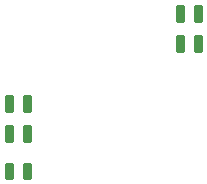
<source format=gbr>
G04 Generated by Ultiboard 13.0 *
%FSLAX25Y25*%
%MOIN*%

%ADD10C,0.00001*%
%ADD11R,0.01084X0.04168*%
%ADD12C,0.01666*%


G04 ColorRGB 009966 for the following layer *
%LNPaste Mask Bottom*%
%LPD*%
G54D10*
G54D11*
X24750Y85000D03*
X18750Y85000D03*
X18750Y62500D03*
X24750Y62500D03*
X18750Y75000D03*
X24750Y75000D03*
X81750Y105000D03*
X75750Y105000D03*
X81750Y115000D03*
X75750Y115000D03*
G54D12*
X24208Y82916D02*
X25292Y82916D01*
X25292Y87084D01*
X24208Y87084D01*
X24208Y82916D01*D02*
X18208Y82916D02*
X19292Y82916D01*
X19292Y87084D01*
X18208Y87084D01*
X18208Y82916D01*D02*
X18208Y60416D02*
X19292Y60416D01*
X19292Y64584D01*
X18208Y64584D01*
X18208Y60416D01*D02*
X24208Y60416D02*
X25292Y60416D01*
X25292Y64584D01*
X24208Y64584D01*
X24208Y60416D01*D02*
X18208Y72916D02*
X19292Y72916D01*
X19292Y77084D01*
X18208Y77084D01*
X18208Y72916D01*D02*
X24208Y72916D02*
X25292Y72916D01*
X25292Y77084D01*
X24208Y77084D01*
X24208Y72916D01*D02*
X81208Y102916D02*
X82292Y102916D01*
X82292Y107084D01*
X81208Y107084D01*
X81208Y102916D01*D02*
X75208Y102916D02*
X76292Y102916D01*
X76292Y107084D01*
X75208Y107084D01*
X75208Y102916D01*D02*
X81208Y112916D02*
X82292Y112916D01*
X82292Y117084D01*
X81208Y117084D01*
X81208Y112916D01*D02*
X75208Y112916D02*
X76292Y112916D01*
X76292Y117084D01*
X75208Y117084D01*
X75208Y112916D01*D02*

M02*

</source>
